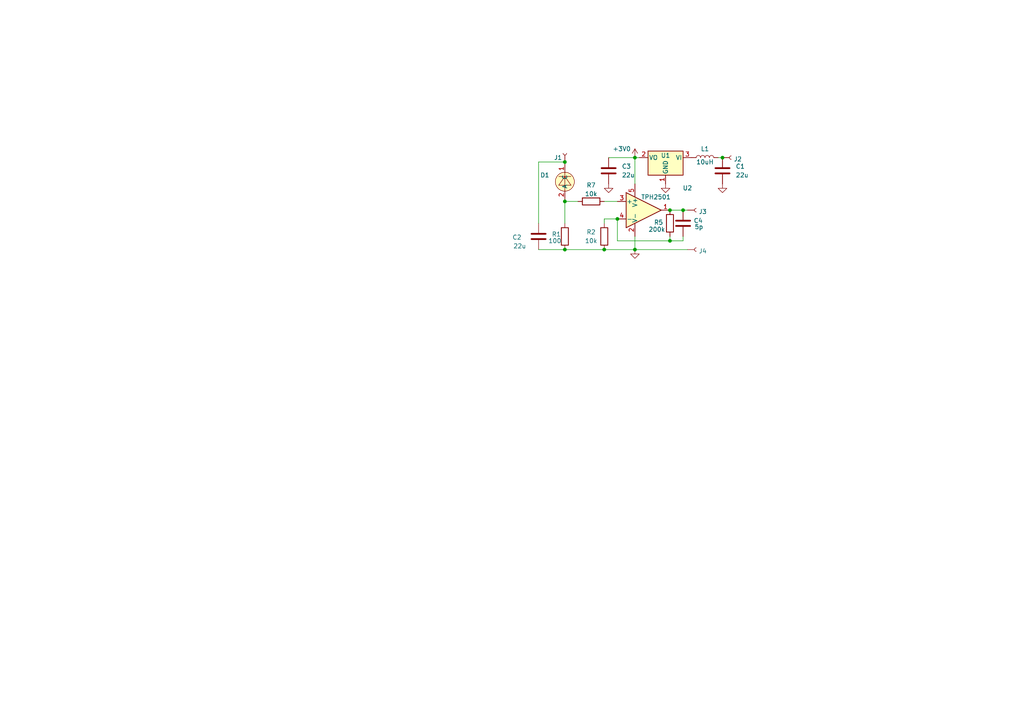
<source format=kicad_sch>
(kicad_sch (version 20250114) (generator "eeschema") (generator_version "9.0")
  (paper "A4")
  (lib_symbols
    (symbol "Amplifier_Operational:OPA356xxDBV" (pin_names (offset 0.127))
      (property "Reference" "U" (at -1.27 6.35 0))
      (property "Value" "OPA356xxDBV" (at -1.27 3.81 0))
      (symbol "OPA356xxDBV_0_1"
        (polyline (pts (xy -5.08 5.08) (xy 5.08 0) (xy -5.08 -5.08) (xy -5.08 5.08)) (stroke (width 0.254)) (fill (type background)))
        (pin power_in line (at -2.54 7.62 270) (length 3.81) (name "V+") (number "5"))
        (pin power_in line (at -2.54 -7.62 90) (length 3.81) (name "V-") (number "2"))
      )
      (symbol "OPA356xxDBV_1_1"
        (pin input line (at -7.62 2.54 0) (length 2.54) (name "+") (number "3"))
        (pin input line (at -7.62 -2.54 0) (length 2.54) (name "-") (number "4"))
        (pin output line (at 7.62 0 180) (length 2.54) (name "~") (number "1"))
      )
    )
    (symbol "Device:C" (pin_numbers (hide yes)) (pin_names (offset 0.254))
      (property "Reference" "C" (at 0.635 2.54 0))
      (property "Value" "C" (at 0.635 -2.54 0))
      (symbol "C_0_1"
        (polyline (pts (xy -2.032 0.762) (xy 2.032 0.762)) (stroke (width 0.508)))
        (polyline (pts (xy -2.032 -0.762) (xy 2.032 -0.762)) (stroke (width 0.508)))
      )
      (symbol "C_1_1"
        (pin passive line (at 0 3.81 270) (length 2.794) (name "~") (number "1"))
        (pin passive line (at 0 -3.81 90) (length 2.794) (name "~") (number "2"))
      )
    )
    (symbol "Device:L" (pin_numbers (hide yes)) (pin_names (offset 1.016) (hide yes))
      (property "Reference" "L" (at -1.27 0 90))
      (property "Value" "L" (at 1.905 0 90))
      (symbol "L_0_1"
        (arc (start 0 2.54) (mid 0.6323 1.905) (end 0 1.27))
        (arc (start 0 1.27) (mid 0.6323 0.635) (end 0 0))
        (arc (start 0 0) (mid 0.6323 -0.635) (end 0 -1.27))
        (arc (start 0 -1.27) (mid 0.6323 -1.905) (end 0 -2.54))
      )
      (symbol "L_1_1"
        (pin passive line (at 0 3.81 270) (length 1.27) (name "1") (number "1"))
        (pin passive line (at 0 -3.81 90) (length 1.27) (name "2") (number "2"))
      )
    )
    (symbol "Device:R" (pin_numbers (hide yes)) (pin_names (offset 0))
      (property "Reference" "R" (at 2.032 0 90))
      (property "Value" "R" (at 0 0 90))
      (symbol "R_0_1"
        (rectangle (start -1.016 -2.54) (end 1.016 2.54) (stroke (width 0.254)))
      )
      (symbol "R_1_1"
        (pin passive line (at 0 3.81 270) (length 1.27) (name "~") (number "1"))
        (pin passive line (at 0 -3.81 90) (length 1.27) (name "~") (number "2"))
      )
    )
    (symbol "My-Library:Conn" (pin_numbers (hide yes)) (pin_names (offset 1.016) (hide yes))
      (property "Reference" "J" (at 0 2.54 0))
      (property "Value" "Conn" (at 0 -2.54 0))
      (symbol "Conn_1_1"
        (arc (start 0 -0.508) (mid -0.5058 0) (end 0 0.508) (stroke (width 0.1524)))
        (pin passive line (at -2.54 0 0) (length 2.0066) (name "~") (number "1"))
      )
    )
    (symbol "My-Library:EQR15-11-6060D-S"
      (property "Reference" "D" (at 0 -7.62 0))
      (property "Value" "EQR15-11-6060D-S" (at 0 10.16 0))
      (symbol "EQR15-11-6060D-S_0_1"
        (polyline (pts (xy -1.778 1.016) (xy 1.778 1.016) (xy 0 -1.524) (xy -1.778 1.016)) (stroke (width 0.1524)))
        (polyline (pts (xy -1.778 -1.524) (xy 1.778 -1.524)) (stroke (width 0.1524)))
        (circle (center 0 0) (radius 2.7474) (stroke (width 0.1524)) (fill (type background)))
        (polyline (pts (xy 0 -2.54) (xy 0 2.54)) (stroke (width 0.1524)))
      )
      (symbol "EQR15-11-6060D-S_1_1"
        (pin input line (at 0 5.08 270) (length 2.54) (name "A") (number "2"))
        (pin input line (at 0 -5.08 90) (length 2.54) (name "C") (number "1"))
      )
    )
    (symbol "Regulator_Linear:MCP1700x-280xxTT" (pin_names (offset 0.254))
      (property "Reference" "U" (at -3.81 3.175 0))
      (property "Value" "MCP1700x-280xxTT" (at 0 3.175 0))
      (symbol "MCP1700x-280xxTT_0_1"
        (rectangle (start -5.08 1.905) (end 5.08 -5.08) (stroke (width 0.254)) (fill (type background)))
      )
      (symbol "MCP1700x-280xxTT_1_1"
        (pin power_in line (at -7.62 0 0) (length 2.54) (name "VI") (number "3"))
        (pin power_in line (at 0 -7.62 90) (length 2.54) (name "GND") (number "1"))
        (pin power_out line (at 7.62 0 180) (length 2.54) (name "VO") (number "2"))
      )
    )
    (symbol "power:+3V0" (power) (pin_names (offset 0))
      (property "Value" "+3V0" (at 0 3.556 0))
      (symbol "+3V0_0_1"
        (polyline (pts (xy -0.762 1.27) (xy 0 2.54)))
        (polyline (pts (xy 0 2.54) (xy 0.762 1.27)))
        (polyline (pts (xy 0 0) (xy 0 2.54)))
      )
      (symbol "+3V0_1_1"
        (pin power_in line (at 0 0 90) (length 0) (hide yes) (name "+3V0") (number "1"))
      )
    )
    (symbol "power:GND" (power) (pin_names (offset 0))
      (property "Value" "GND" (at 0 -3.81 0))
      (symbol "GND_0_1"
        (polyline (pts (xy 0 0) (xy 0 -1.27) (xy 1.27 -1.27) (xy 0 -2.54) (xy -1.27 -1.27) (xy 0 -1.27)))
      )
      (symbol "GND_1_1"
        (pin power_in line (at 0 0 270) (length 0) (hide yes) (name "GND") (number "1"))
      )
    )
  )
  (junction (at 184.15 72.39))
  (junction (at 184.15 45.72))
  (junction (at 175.26 72.39))
  (junction (at 194.31 69.85))
  (junction (at 198.12 60.96))
  (junction (at 209.55 45.72))
  (junction (at 163.83 72.39))
  (junction (at 179.07 63.5))
  (junction (at 163.83 46.99))
  (junction (at 194.31 60.96))
  (junction (at 163.83 58.42))
  (wire (pts (xy 176.53 45.72) (xy 184.15 45.72)))
  (wire (pts (xy 156.21 64.77) (xy 156.21 46.99)))
  (wire (pts (xy 184.15 45.72) (xy 184.15 53.34)))
  (wire (pts (xy 198.12 69.85) (xy 194.31 69.85)))
  (wire (pts (xy 198.12 60.96) (xy 199.39 60.96)))
  (wire (pts (xy 184.15 45.72) (xy 185.42 45.72)))
  (wire (pts (xy 179.07 69.85) (xy 194.31 69.85)))
  (wire (pts (xy 156.21 72.39) (xy 163.83 72.39)))
  (wire (pts (xy 163.83 72.39) (xy 175.26 72.39)))
  (wire (pts (xy 198.12 68.58) (xy 198.12 69.85)))
  (wire (pts (xy 175.26 58.42) (xy 179.07 58.42)))
  (wire (pts (xy 179.07 69.85) (xy 179.07 63.5)))
  (wire (pts (xy 163.83 58.42) (xy 163.83 64.77)))
  (wire (pts (xy 184.15 68.58) (xy 184.15 72.39)))
  (wire (pts (xy 175.26 63.5) (xy 179.07 63.5)))
  (wire (pts (xy 175.26 72.39) (xy 184.15 72.39)))
  (wire (pts (xy 156.21 46.99) (xy 163.83 46.99)))
  (wire (pts (xy 194.31 69.85) (xy 194.31 68.58)))
  (wire (pts (xy 163.83 58.42) (xy 167.64 58.42)))
  (wire (pts (xy 194.31 60.96) (xy 198.12 60.96)))
  (wire (pts (xy 175.26 64.77) (xy 175.26 63.5)))
  (wire (pts (xy 163.83 57.785) (xy 163.83 58.42)))
  (wire (pts (xy 184.15 72.39) (xy 199.39 72.39)))
  (wire (pts (xy 163.83 46.99) (xy 163.83 47.625)))
  (wire (pts (xy 208.28 45.72) (xy 209.55 45.72)))
  (symbol (lib_id "Device:R") (at 194.31 64.77 0) (unit 1)
    (property "Reference" "R5" (at 191.008 64.516 0))
    (property "Value" "200k" (at 190.5 66.548 0))
    (property "Footprint" "Resistor_SMD:R_0402_1005Metric" (effects (hide yes)))
  )
  (symbol (lib_id "power:+3V0") (at 184.15 45.72 0) (unit 1)
    (property "Reference" "#PWR01" (effects (hide yes)))
    (property "Value" "+3V0" (at 180.34 43.18 0))
  )
  (symbol (lib_id "Regulator_Linear:MCP1700x-280xxTT") (at 193.04 45.72 0) (mirror y) (unit 1)
    (property "Reference" "U1" (at 193.04 45.085 0))
    (property "Value" "MCP1700x-280xxTT" (effects (hide yes)))
    (property "Footprint" "Package_TO_SOT_SMD:SOT-23" (effects (hide yes)))
    (property "Datasheet" "http://ww1.microchip.com/downloads/en/DeviceDoc/20001826D.pdf" (effects (hide yes)))
  )
  (symbol (lib_id "My-Library:EQR15-11-6060D-S") (at 163.83 52.705 180) (unit 1)
    (property "Reference" "D1" (at 159.385 50.8 0) (effects (justify left)))
    (property "Value" "EQR15-11-6060D-S" (effects (hide yes)))
    (property "Footprint" "lib:EQR15_11-6060D-S" (effects (hide yes)))
  )
  (symbol (lib_id "My-Library:Conn") (at 212.09 45.72 0) (unit 1)
    (property "Reference" "J2" (at 212.8012 46.1538 0) (effects (justify left)))
    (property "Value" "Conn" (effects (hide yes)))
    (property "Footprint" "lib:conn_mini" (effects (hide yes)))
  )
  (symbol (lib_id "Device:C") (at 156.21 68.58 180) (unit 1)
    (property "Reference" "C2" (at 148.59 68.834 0) (effects (justify right)))
    (property "Value" "22u" (at 148.844 71.374 0) (effects (justify right)))
    (property "Footprint" "Capacitor_SMD:C_1206_3216Metric" (effects (hide yes)))
  )
  (symbol (lib_id "Amplifier_Operational:OPA356xxDBV") (at 186.69 60.96 0) (unit 1)
    (property "Reference" "U2" (at 199.39 54.5398 0))
    (property "Value" "TPH2501" (at 190.246 57.15 0))
    (property "Footprint" "Package_TO_SOT_SMD:SOT-23-5" (effects (hide yes)))
    (property "Datasheet" "http://www.ti.com/lit/ds/symlink/opa356.pdf" (effects (hide yes)))
    (property "Description" "Single High Speed CMOS Operational Amplifier, SOT-23-5" (effects (hide yes)))
  )
  (symbol (lib_id "Device:C") (at 209.55 49.53 180) (unit 1)
    (property "Reference" "C1" (at 213.36 48.2599 0) (effects (justify right)))
    (property "Value" "22u" (at 213.36 50.7999 0) (effects (justify right)))
    (property "Footprint" "Capacitor_SMD:C_0402_1005Metric" (effects (hide yes)))
  )
  (symbol (lib_id "Device:R") (at 175.26 68.58 180) (unit 1)
    (property "Reference" "R2" (at 171.45 67.31 0))
    (property "Value" "10k" (at 171.45 69.85 0))
    (property "Footprint" "Resistor_SMD:R_0402_1005Metric" (effects (hide yes)))
  )
  (symbol (lib_id "Device:C") (at 176.53 49.53 180) (unit 1)
    (property "Reference" "C3" (at 180.34 48.2599 0) (effects (justify right)))
    (property "Value" "22u" (at 180.34 50.7999 0) (effects (justify right)))
    (property "Footprint" "Capacitor_SMD:C_0402_1005Metric" (effects (hide yes)))
  )
  (symbol (lib_id "Device:R") (at 163.83 68.58 0) (unit 1)
    (property "Reference" "R1" (at 160.02 67.945 0) (effects (justify left)))
    (property "Value" "100" (at 159.004 69.85 0) (effects (justify left)))
    (property "Footprint" "Resistor_SMD:R_0402_1005Metric" (effects (hide yes)))
  )
  (symbol (lib_id "My-Library:Conn") (at 201.93 60.96 0) (unit 1)
    (property "Reference" "J3" (at 202.6412 61.3938 0) (effects (justify left)))
    (property "Value" "Conn" (effects (hide yes)))
    (property "Footprint" "lib:conn_mini" (effects (hide yes)))
  )
  (symbol (lib_id "power:GND") (at 193.04 53.34 0) (unit 1)
    (property "Reference" "#PWR05" (effects (hide yes)))
    (property "Value" "GND" (effects (hide yes)))
  )
  (symbol (lib_id "My-Library:Conn") (at 201.93 72.39 0) (unit 1)
    (property "Reference" "J4" (at 202.6412 72.8238 0) (effects (justify left)))
    (property "Value" "Conn" (effects (hide yes)))
    (property "Footprint" "lib:conn_mini" (effects (hide yes)))
  )
  (symbol (lib_id "power:GND") (at 176.53 53.34 0) (unit 1)
    (property "Reference" "#PWR04" (effects (hide yes)))
    (property "Value" "GND" (effects (hide yes)))
  )
  (symbol (lib_id "Device:R") (at 171.45 58.42 90) (unit 1)
    (property "Reference" "R7" (at 171.45 53.7042 90))
    (property "Value" "10k" (at 171.45 56.2411 90))
    (property "Footprint" "Resistor_SMD:R_0402_1005Metric" (effects (hide yes)))
  )
  (symbol (lib_id "Device:L") (at 204.47 45.72 270) (mirror x) (unit 1)
    (property "Reference" "L1" (at 204.47 43.18 90))
    (property "Value" "10uH" (at 204.47 46.99 90))
    (property "Footprint" "Inductor_SMD:L_0603_1608Metric" (effects (hide yes)))
  )
  (symbol (lib_id "power:GND") (at 184.15 72.39 0) (unit 1)
    (property "Reference" "#PWR02" (effects (hide yes)))
    (property "Value" "GND" (effects (hide yes)))
  )
  (symbol (lib_id "Device:C") (at 198.12 64.77 180) (unit 1)
    (property "Reference" "C4" (at 201.168 64.008 0) (effects (justify right)))
    (property "Value" "5p" (at 201.422 65.786 0) (effects (justify right)))
    (property "Footprint" "Capacitor_SMD:C_0402_1005Metric" (effects (hide yes)))
  )
  (symbol (lib_id "My-Library:Conn") (at 163.83 44.45 90) (unit 1)
    (property "Reference" "J1" (at 160.655 45.72 90) (effects (justify right)))
    (property "Value" "Conn" (effects (hide yes)))
    (property "Footprint" "lib:conn_mini" (effects (hide yes)))
  )
  (symbol (lib_id "power:GND") (at 209.55 53.34 0) (unit 1)
    (property "Reference" "#PWR06" (effects (hide yes)))
    (property "Value" "GND" (effects (hide yes)))
  )
)
</source>
